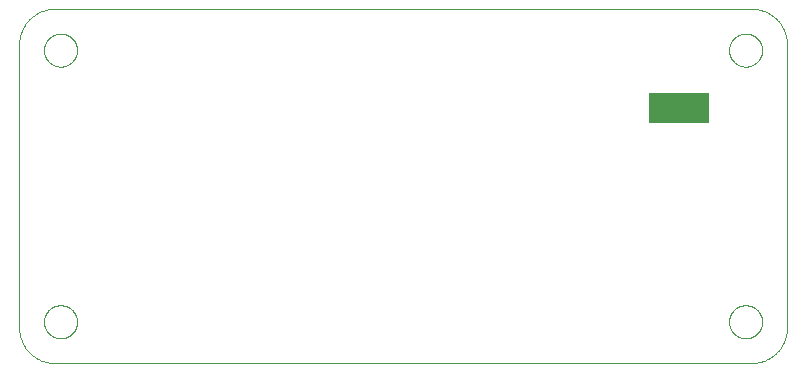
<source format=gbp>
G75*
%MOIN*%
%OFA0B0*%
%FSLAX25Y25*%
%IPPOS*%
%LPD*%
%AMOC8*
5,1,8,0,0,1.08239X$1,22.5*
%
%ADD10R,0.20000X0.10000*%
%ADD11C,0.00000*%
D10*
X0225000Y0090000D03*
D11*
X0249094Y0005000D02*
X0016811Y0005000D01*
X0016526Y0005003D01*
X0016240Y0005014D01*
X0015955Y0005031D01*
X0015671Y0005055D01*
X0015387Y0005086D01*
X0015104Y0005124D01*
X0014823Y0005169D01*
X0014542Y0005220D01*
X0014262Y0005278D01*
X0013984Y0005343D01*
X0013708Y0005415D01*
X0013434Y0005493D01*
X0013161Y0005578D01*
X0012891Y0005670D01*
X0012623Y0005768D01*
X0012357Y0005872D01*
X0012094Y0005983D01*
X0011834Y0006100D01*
X0011576Y0006223D01*
X0011322Y0006353D01*
X0011071Y0006489D01*
X0010823Y0006630D01*
X0010579Y0006778D01*
X0010338Y0006931D01*
X0010102Y0007091D01*
X0009869Y0007256D01*
X0009640Y0007426D01*
X0009415Y0007602D01*
X0009195Y0007784D01*
X0008979Y0007970D01*
X0008768Y0008162D01*
X0008561Y0008359D01*
X0008359Y0008561D01*
X0008162Y0008768D01*
X0007970Y0008979D01*
X0007784Y0009195D01*
X0007602Y0009415D01*
X0007426Y0009640D01*
X0007256Y0009869D01*
X0007091Y0010102D01*
X0006931Y0010338D01*
X0006778Y0010579D01*
X0006630Y0010823D01*
X0006489Y0011071D01*
X0006353Y0011322D01*
X0006223Y0011576D01*
X0006100Y0011834D01*
X0005983Y0012094D01*
X0005872Y0012357D01*
X0005768Y0012623D01*
X0005670Y0012891D01*
X0005578Y0013161D01*
X0005493Y0013434D01*
X0005415Y0013708D01*
X0005343Y0013984D01*
X0005278Y0014262D01*
X0005220Y0014542D01*
X0005169Y0014823D01*
X0005124Y0015104D01*
X0005086Y0015387D01*
X0005055Y0015671D01*
X0005031Y0015955D01*
X0005014Y0016240D01*
X0005003Y0016526D01*
X0005000Y0016811D01*
X0005000Y0111299D01*
X0005003Y0111584D01*
X0005014Y0111870D01*
X0005031Y0112155D01*
X0005055Y0112439D01*
X0005086Y0112723D01*
X0005124Y0113006D01*
X0005169Y0113287D01*
X0005220Y0113568D01*
X0005278Y0113848D01*
X0005343Y0114126D01*
X0005415Y0114402D01*
X0005493Y0114676D01*
X0005578Y0114949D01*
X0005670Y0115219D01*
X0005768Y0115487D01*
X0005872Y0115753D01*
X0005983Y0116016D01*
X0006100Y0116276D01*
X0006223Y0116534D01*
X0006353Y0116788D01*
X0006489Y0117039D01*
X0006630Y0117287D01*
X0006778Y0117531D01*
X0006931Y0117772D01*
X0007091Y0118008D01*
X0007256Y0118241D01*
X0007426Y0118470D01*
X0007602Y0118695D01*
X0007784Y0118915D01*
X0007970Y0119131D01*
X0008162Y0119342D01*
X0008359Y0119549D01*
X0008561Y0119751D01*
X0008768Y0119948D01*
X0008979Y0120140D01*
X0009195Y0120326D01*
X0009415Y0120508D01*
X0009640Y0120684D01*
X0009869Y0120854D01*
X0010102Y0121019D01*
X0010338Y0121179D01*
X0010579Y0121332D01*
X0010823Y0121480D01*
X0011071Y0121621D01*
X0011322Y0121757D01*
X0011576Y0121887D01*
X0011834Y0122010D01*
X0012094Y0122127D01*
X0012357Y0122238D01*
X0012623Y0122342D01*
X0012891Y0122440D01*
X0013161Y0122532D01*
X0013434Y0122617D01*
X0013708Y0122695D01*
X0013984Y0122767D01*
X0014262Y0122832D01*
X0014542Y0122890D01*
X0014823Y0122941D01*
X0015104Y0122986D01*
X0015387Y0123024D01*
X0015671Y0123055D01*
X0015955Y0123079D01*
X0016240Y0123096D01*
X0016526Y0123107D01*
X0016811Y0123110D01*
X0249094Y0123110D01*
X0249379Y0123107D01*
X0249665Y0123096D01*
X0249950Y0123079D01*
X0250234Y0123055D01*
X0250518Y0123024D01*
X0250801Y0122986D01*
X0251082Y0122941D01*
X0251363Y0122890D01*
X0251643Y0122832D01*
X0251921Y0122767D01*
X0252197Y0122695D01*
X0252471Y0122617D01*
X0252744Y0122532D01*
X0253014Y0122440D01*
X0253282Y0122342D01*
X0253548Y0122238D01*
X0253811Y0122127D01*
X0254071Y0122010D01*
X0254329Y0121887D01*
X0254583Y0121757D01*
X0254834Y0121621D01*
X0255082Y0121480D01*
X0255326Y0121332D01*
X0255567Y0121179D01*
X0255803Y0121019D01*
X0256036Y0120854D01*
X0256265Y0120684D01*
X0256490Y0120508D01*
X0256710Y0120326D01*
X0256926Y0120140D01*
X0257137Y0119948D01*
X0257344Y0119751D01*
X0257546Y0119549D01*
X0257743Y0119342D01*
X0257935Y0119131D01*
X0258121Y0118915D01*
X0258303Y0118695D01*
X0258479Y0118470D01*
X0258649Y0118241D01*
X0258814Y0118008D01*
X0258974Y0117772D01*
X0259127Y0117531D01*
X0259275Y0117287D01*
X0259416Y0117039D01*
X0259552Y0116788D01*
X0259682Y0116534D01*
X0259805Y0116276D01*
X0259922Y0116016D01*
X0260033Y0115753D01*
X0260137Y0115487D01*
X0260235Y0115219D01*
X0260327Y0114949D01*
X0260412Y0114676D01*
X0260490Y0114402D01*
X0260562Y0114126D01*
X0260627Y0113848D01*
X0260685Y0113568D01*
X0260736Y0113287D01*
X0260781Y0113006D01*
X0260819Y0112723D01*
X0260850Y0112439D01*
X0260874Y0112155D01*
X0260891Y0111870D01*
X0260902Y0111584D01*
X0260905Y0111299D01*
X0260906Y0111299D02*
X0260906Y0016811D01*
X0260905Y0016811D02*
X0260902Y0016526D01*
X0260891Y0016240D01*
X0260874Y0015955D01*
X0260850Y0015671D01*
X0260819Y0015387D01*
X0260781Y0015104D01*
X0260736Y0014823D01*
X0260685Y0014542D01*
X0260627Y0014262D01*
X0260562Y0013984D01*
X0260490Y0013708D01*
X0260412Y0013434D01*
X0260327Y0013161D01*
X0260235Y0012891D01*
X0260137Y0012623D01*
X0260033Y0012357D01*
X0259922Y0012094D01*
X0259805Y0011834D01*
X0259682Y0011576D01*
X0259552Y0011322D01*
X0259416Y0011071D01*
X0259275Y0010823D01*
X0259127Y0010579D01*
X0258974Y0010338D01*
X0258814Y0010102D01*
X0258649Y0009869D01*
X0258479Y0009640D01*
X0258303Y0009415D01*
X0258121Y0009195D01*
X0257935Y0008979D01*
X0257743Y0008768D01*
X0257546Y0008561D01*
X0257344Y0008359D01*
X0257137Y0008162D01*
X0256926Y0007970D01*
X0256710Y0007784D01*
X0256490Y0007602D01*
X0256265Y0007426D01*
X0256036Y0007256D01*
X0255803Y0007091D01*
X0255567Y0006931D01*
X0255326Y0006778D01*
X0255082Y0006630D01*
X0254834Y0006489D01*
X0254583Y0006353D01*
X0254329Y0006223D01*
X0254071Y0006100D01*
X0253811Y0005983D01*
X0253548Y0005872D01*
X0253282Y0005768D01*
X0253014Y0005670D01*
X0252744Y0005578D01*
X0252471Y0005493D01*
X0252197Y0005415D01*
X0251921Y0005343D01*
X0251643Y0005278D01*
X0251363Y0005220D01*
X0251082Y0005169D01*
X0250801Y0005124D01*
X0250518Y0005086D01*
X0250234Y0005055D01*
X0249950Y0005031D01*
X0249665Y0005014D01*
X0249379Y0005003D01*
X0249094Y0005000D01*
X0241614Y0018780D02*
X0241616Y0018928D01*
X0241622Y0019076D01*
X0241632Y0019224D01*
X0241646Y0019371D01*
X0241664Y0019518D01*
X0241685Y0019664D01*
X0241711Y0019810D01*
X0241741Y0019955D01*
X0241774Y0020099D01*
X0241812Y0020242D01*
X0241853Y0020384D01*
X0241898Y0020525D01*
X0241946Y0020665D01*
X0241999Y0020804D01*
X0242055Y0020941D01*
X0242115Y0021076D01*
X0242178Y0021210D01*
X0242245Y0021342D01*
X0242316Y0021472D01*
X0242390Y0021600D01*
X0242467Y0021726D01*
X0242548Y0021850D01*
X0242632Y0021972D01*
X0242719Y0022091D01*
X0242810Y0022208D01*
X0242904Y0022323D01*
X0243000Y0022435D01*
X0243100Y0022545D01*
X0243202Y0022651D01*
X0243308Y0022755D01*
X0243416Y0022856D01*
X0243527Y0022954D01*
X0243640Y0023050D01*
X0243756Y0023142D01*
X0243874Y0023231D01*
X0243995Y0023316D01*
X0244118Y0023399D01*
X0244243Y0023478D01*
X0244370Y0023554D01*
X0244499Y0023626D01*
X0244630Y0023695D01*
X0244763Y0023760D01*
X0244898Y0023821D01*
X0245034Y0023879D01*
X0245171Y0023934D01*
X0245310Y0023984D01*
X0245451Y0024031D01*
X0245592Y0024074D01*
X0245735Y0024114D01*
X0245879Y0024149D01*
X0246023Y0024181D01*
X0246169Y0024208D01*
X0246315Y0024232D01*
X0246462Y0024252D01*
X0246609Y0024268D01*
X0246756Y0024280D01*
X0246904Y0024288D01*
X0247052Y0024292D01*
X0247200Y0024292D01*
X0247348Y0024288D01*
X0247496Y0024280D01*
X0247643Y0024268D01*
X0247790Y0024252D01*
X0247937Y0024232D01*
X0248083Y0024208D01*
X0248229Y0024181D01*
X0248373Y0024149D01*
X0248517Y0024114D01*
X0248660Y0024074D01*
X0248801Y0024031D01*
X0248942Y0023984D01*
X0249081Y0023934D01*
X0249218Y0023879D01*
X0249354Y0023821D01*
X0249489Y0023760D01*
X0249622Y0023695D01*
X0249753Y0023626D01*
X0249882Y0023554D01*
X0250009Y0023478D01*
X0250134Y0023399D01*
X0250257Y0023316D01*
X0250378Y0023231D01*
X0250496Y0023142D01*
X0250612Y0023050D01*
X0250725Y0022954D01*
X0250836Y0022856D01*
X0250944Y0022755D01*
X0251050Y0022651D01*
X0251152Y0022545D01*
X0251252Y0022435D01*
X0251348Y0022323D01*
X0251442Y0022208D01*
X0251533Y0022091D01*
X0251620Y0021972D01*
X0251704Y0021850D01*
X0251785Y0021726D01*
X0251862Y0021600D01*
X0251936Y0021472D01*
X0252007Y0021342D01*
X0252074Y0021210D01*
X0252137Y0021076D01*
X0252197Y0020941D01*
X0252253Y0020804D01*
X0252306Y0020665D01*
X0252354Y0020525D01*
X0252399Y0020384D01*
X0252440Y0020242D01*
X0252478Y0020099D01*
X0252511Y0019955D01*
X0252541Y0019810D01*
X0252567Y0019664D01*
X0252588Y0019518D01*
X0252606Y0019371D01*
X0252620Y0019224D01*
X0252630Y0019076D01*
X0252636Y0018928D01*
X0252638Y0018780D01*
X0252636Y0018632D01*
X0252630Y0018484D01*
X0252620Y0018336D01*
X0252606Y0018189D01*
X0252588Y0018042D01*
X0252567Y0017896D01*
X0252541Y0017750D01*
X0252511Y0017605D01*
X0252478Y0017461D01*
X0252440Y0017318D01*
X0252399Y0017176D01*
X0252354Y0017035D01*
X0252306Y0016895D01*
X0252253Y0016756D01*
X0252197Y0016619D01*
X0252137Y0016484D01*
X0252074Y0016350D01*
X0252007Y0016218D01*
X0251936Y0016088D01*
X0251862Y0015960D01*
X0251785Y0015834D01*
X0251704Y0015710D01*
X0251620Y0015588D01*
X0251533Y0015469D01*
X0251442Y0015352D01*
X0251348Y0015237D01*
X0251252Y0015125D01*
X0251152Y0015015D01*
X0251050Y0014909D01*
X0250944Y0014805D01*
X0250836Y0014704D01*
X0250725Y0014606D01*
X0250612Y0014510D01*
X0250496Y0014418D01*
X0250378Y0014329D01*
X0250257Y0014244D01*
X0250134Y0014161D01*
X0250009Y0014082D01*
X0249882Y0014006D01*
X0249753Y0013934D01*
X0249622Y0013865D01*
X0249489Y0013800D01*
X0249354Y0013739D01*
X0249218Y0013681D01*
X0249081Y0013626D01*
X0248942Y0013576D01*
X0248801Y0013529D01*
X0248660Y0013486D01*
X0248517Y0013446D01*
X0248373Y0013411D01*
X0248229Y0013379D01*
X0248083Y0013352D01*
X0247937Y0013328D01*
X0247790Y0013308D01*
X0247643Y0013292D01*
X0247496Y0013280D01*
X0247348Y0013272D01*
X0247200Y0013268D01*
X0247052Y0013268D01*
X0246904Y0013272D01*
X0246756Y0013280D01*
X0246609Y0013292D01*
X0246462Y0013308D01*
X0246315Y0013328D01*
X0246169Y0013352D01*
X0246023Y0013379D01*
X0245879Y0013411D01*
X0245735Y0013446D01*
X0245592Y0013486D01*
X0245451Y0013529D01*
X0245310Y0013576D01*
X0245171Y0013626D01*
X0245034Y0013681D01*
X0244898Y0013739D01*
X0244763Y0013800D01*
X0244630Y0013865D01*
X0244499Y0013934D01*
X0244370Y0014006D01*
X0244243Y0014082D01*
X0244118Y0014161D01*
X0243995Y0014244D01*
X0243874Y0014329D01*
X0243756Y0014418D01*
X0243640Y0014510D01*
X0243527Y0014606D01*
X0243416Y0014704D01*
X0243308Y0014805D01*
X0243202Y0014909D01*
X0243100Y0015015D01*
X0243000Y0015125D01*
X0242904Y0015237D01*
X0242810Y0015352D01*
X0242719Y0015469D01*
X0242632Y0015588D01*
X0242548Y0015710D01*
X0242467Y0015834D01*
X0242390Y0015960D01*
X0242316Y0016088D01*
X0242245Y0016218D01*
X0242178Y0016350D01*
X0242115Y0016484D01*
X0242055Y0016619D01*
X0241999Y0016756D01*
X0241946Y0016895D01*
X0241898Y0017035D01*
X0241853Y0017176D01*
X0241812Y0017318D01*
X0241774Y0017461D01*
X0241741Y0017605D01*
X0241711Y0017750D01*
X0241685Y0017896D01*
X0241664Y0018042D01*
X0241646Y0018189D01*
X0241632Y0018336D01*
X0241622Y0018484D01*
X0241616Y0018632D01*
X0241614Y0018780D01*
X0241614Y0109331D02*
X0241616Y0109479D01*
X0241622Y0109627D01*
X0241632Y0109775D01*
X0241646Y0109922D01*
X0241664Y0110069D01*
X0241685Y0110215D01*
X0241711Y0110361D01*
X0241741Y0110506D01*
X0241774Y0110650D01*
X0241812Y0110793D01*
X0241853Y0110935D01*
X0241898Y0111076D01*
X0241946Y0111216D01*
X0241999Y0111355D01*
X0242055Y0111492D01*
X0242115Y0111627D01*
X0242178Y0111761D01*
X0242245Y0111893D01*
X0242316Y0112023D01*
X0242390Y0112151D01*
X0242467Y0112277D01*
X0242548Y0112401D01*
X0242632Y0112523D01*
X0242719Y0112642D01*
X0242810Y0112759D01*
X0242904Y0112874D01*
X0243000Y0112986D01*
X0243100Y0113096D01*
X0243202Y0113202D01*
X0243308Y0113306D01*
X0243416Y0113407D01*
X0243527Y0113505D01*
X0243640Y0113601D01*
X0243756Y0113693D01*
X0243874Y0113782D01*
X0243995Y0113867D01*
X0244118Y0113950D01*
X0244243Y0114029D01*
X0244370Y0114105D01*
X0244499Y0114177D01*
X0244630Y0114246D01*
X0244763Y0114311D01*
X0244898Y0114372D01*
X0245034Y0114430D01*
X0245171Y0114485D01*
X0245310Y0114535D01*
X0245451Y0114582D01*
X0245592Y0114625D01*
X0245735Y0114665D01*
X0245879Y0114700D01*
X0246023Y0114732D01*
X0246169Y0114759D01*
X0246315Y0114783D01*
X0246462Y0114803D01*
X0246609Y0114819D01*
X0246756Y0114831D01*
X0246904Y0114839D01*
X0247052Y0114843D01*
X0247200Y0114843D01*
X0247348Y0114839D01*
X0247496Y0114831D01*
X0247643Y0114819D01*
X0247790Y0114803D01*
X0247937Y0114783D01*
X0248083Y0114759D01*
X0248229Y0114732D01*
X0248373Y0114700D01*
X0248517Y0114665D01*
X0248660Y0114625D01*
X0248801Y0114582D01*
X0248942Y0114535D01*
X0249081Y0114485D01*
X0249218Y0114430D01*
X0249354Y0114372D01*
X0249489Y0114311D01*
X0249622Y0114246D01*
X0249753Y0114177D01*
X0249882Y0114105D01*
X0250009Y0114029D01*
X0250134Y0113950D01*
X0250257Y0113867D01*
X0250378Y0113782D01*
X0250496Y0113693D01*
X0250612Y0113601D01*
X0250725Y0113505D01*
X0250836Y0113407D01*
X0250944Y0113306D01*
X0251050Y0113202D01*
X0251152Y0113096D01*
X0251252Y0112986D01*
X0251348Y0112874D01*
X0251442Y0112759D01*
X0251533Y0112642D01*
X0251620Y0112523D01*
X0251704Y0112401D01*
X0251785Y0112277D01*
X0251862Y0112151D01*
X0251936Y0112023D01*
X0252007Y0111893D01*
X0252074Y0111761D01*
X0252137Y0111627D01*
X0252197Y0111492D01*
X0252253Y0111355D01*
X0252306Y0111216D01*
X0252354Y0111076D01*
X0252399Y0110935D01*
X0252440Y0110793D01*
X0252478Y0110650D01*
X0252511Y0110506D01*
X0252541Y0110361D01*
X0252567Y0110215D01*
X0252588Y0110069D01*
X0252606Y0109922D01*
X0252620Y0109775D01*
X0252630Y0109627D01*
X0252636Y0109479D01*
X0252638Y0109331D01*
X0252636Y0109183D01*
X0252630Y0109035D01*
X0252620Y0108887D01*
X0252606Y0108740D01*
X0252588Y0108593D01*
X0252567Y0108447D01*
X0252541Y0108301D01*
X0252511Y0108156D01*
X0252478Y0108012D01*
X0252440Y0107869D01*
X0252399Y0107727D01*
X0252354Y0107586D01*
X0252306Y0107446D01*
X0252253Y0107307D01*
X0252197Y0107170D01*
X0252137Y0107035D01*
X0252074Y0106901D01*
X0252007Y0106769D01*
X0251936Y0106639D01*
X0251862Y0106511D01*
X0251785Y0106385D01*
X0251704Y0106261D01*
X0251620Y0106139D01*
X0251533Y0106020D01*
X0251442Y0105903D01*
X0251348Y0105788D01*
X0251252Y0105676D01*
X0251152Y0105566D01*
X0251050Y0105460D01*
X0250944Y0105356D01*
X0250836Y0105255D01*
X0250725Y0105157D01*
X0250612Y0105061D01*
X0250496Y0104969D01*
X0250378Y0104880D01*
X0250257Y0104795D01*
X0250134Y0104712D01*
X0250009Y0104633D01*
X0249882Y0104557D01*
X0249753Y0104485D01*
X0249622Y0104416D01*
X0249489Y0104351D01*
X0249354Y0104290D01*
X0249218Y0104232D01*
X0249081Y0104177D01*
X0248942Y0104127D01*
X0248801Y0104080D01*
X0248660Y0104037D01*
X0248517Y0103997D01*
X0248373Y0103962D01*
X0248229Y0103930D01*
X0248083Y0103903D01*
X0247937Y0103879D01*
X0247790Y0103859D01*
X0247643Y0103843D01*
X0247496Y0103831D01*
X0247348Y0103823D01*
X0247200Y0103819D01*
X0247052Y0103819D01*
X0246904Y0103823D01*
X0246756Y0103831D01*
X0246609Y0103843D01*
X0246462Y0103859D01*
X0246315Y0103879D01*
X0246169Y0103903D01*
X0246023Y0103930D01*
X0245879Y0103962D01*
X0245735Y0103997D01*
X0245592Y0104037D01*
X0245451Y0104080D01*
X0245310Y0104127D01*
X0245171Y0104177D01*
X0245034Y0104232D01*
X0244898Y0104290D01*
X0244763Y0104351D01*
X0244630Y0104416D01*
X0244499Y0104485D01*
X0244370Y0104557D01*
X0244243Y0104633D01*
X0244118Y0104712D01*
X0243995Y0104795D01*
X0243874Y0104880D01*
X0243756Y0104969D01*
X0243640Y0105061D01*
X0243527Y0105157D01*
X0243416Y0105255D01*
X0243308Y0105356D01*
X0243202Y0105460D01*
X0243100Y0105566D01*
X0243000Y0105676D01*
X0242904Y0105788D01*
X0242810Y0105903D01*
X0242719Y0106020D01*
X0242632Y0106139D01*
X0242548Y0106261D01*
X0242467Y0106385D01*
X0242390Y0106511D01*
X0242316Y0106639D01*
X0242245Y0106769D01*
X0242178Y0106901D01*
X0242115Y0107035D01*
X0242055Y0107170D01*
X0241999Y0107307D01*
X0241946Y0107446D01*
X0241898Y0107586D01*
X0241853Y0107727D01*
X0241812Y0107869D01*
X0241774Y0108012D01*
X0241741Y0108156D01*
X0241711Y0108301D01*
X0241685Y0108447D01*
X0241664Y0108593D01*
X0241646Y0108740D01*
X0241632Y0108887D01*
X0241622Y0109035D01*
X0241616Y0109183D01*
X0241614Y0109331D01*
X0013268Y0109331D02*
X0013270Y0109479D01*
X0013276Y0109627D01*
X0013286Y0109775D01*
X0013300Y0109922D01*
X0013318Y0110069D01*
X0013339Y0110215D01*
X0013365Y0110361D01*
X0013395Y0110506D01*
X0013428Y0110650D01*
X0013466Y0110793D01*
X0013507Y0110935D01*
X0013552Y0111076D01*
X0013600Y0111216D01*
X0013653Y0111355D01*
X0013709Y0111492D01*
X0013769Y0111627D01*
X0013832Y0111761D01*
X0013899Y0111893D01*
X0013970Y0112023D01*
X0014044Y0112151D01*
X0014121Y0112277D01*
X0014202Y0112401D01*
X0014286Y0112523D01*
X0014373Y0112642D01*
X0014464Y0112759D01*
X0014558Y0112874D01*
X0014654Y0112986D01*
X0014754Y0113096D01*
X0014856Y0113202D01*
X0014962Y0113306D01*
X0015070Y0113407D01*
X0015181Y0113505D01*
X0015294Y0113601D01*
X0015410Y0113693D01*
X0015528Y0113782D01*
X0015649Y0113867D01*
X0015772Y0113950D01*
X0015897Y0114029D01*
X0016024Y0114105D01*
X0016153Y0114177D01*
X0016284Y0114246D01*
X0016417Y0114311D01*
X0016552Y0114372D01*
X0016688Y0114430D01*
X0016825Y0114485D01*
X0016964Y0114535D01*
X0017105Y0114582D01*
X0017246Y0114625D01*
X0017389Y0114665D01*
X0017533Y0114700D01*
X0017677Y0114732D01*
X0017823Y0114759D01*
X0017969Y0114783D01*
X0018116Y0114803D01*
X0018263Y0114819D01*
X0018410Y0114831D01*
X0018558Y0114839D01*
X0018706Y0114843D01*
X0018854Y0114843D01*
X0019002Y0114839D01*
X0019150Y0114831D01*
X0019297Y0114819D01*
X0019444Y0114803D01*
X0019591Y0114783D01*
X0019737Y0114759D01*
X0019883Y0114732D01*
X0020027Y0114700D01*
X0020171Y0114665D01*
X0020314Y0114625D01*
X0020455Y0114582D01*
X0020596Y0114535D01*
X0020735Y0114485D01*
X0020872Y0114430D01*
X0021008Y0114372D01*
X0021143Y0114311D01*
X0021276Y0114246D01*
X0021407Y0114177D01*
X0021536Y0114105D01*
X0021663Y0114029D01*
X0021788Y0113950D01*
X0021911Y0113867D01*
X0022032Y0113782D01*
X0022150Y0113693D01*
X0022266Y0113601D01*
X0022379Y0113505D01*
X0022490Y0113407D01*
X0022598Y0113306D01*
X0022704Y0113202D01*
X0022806Y0113096D01*
X0022906Y0112986D01*
X0023002Y0112874D01*
X0023096Y0112759D01*
X0023187Y0112642D01*
X0023274Y0112523D01*
X0023358Y0112401D01*
X0023439Y0112277D01*
X0023516Y0112151D01*
X0023590Y0112023D01*
X0023661Y0111893D01*
X0023728Y0111761D01*
X0023791Y0111627D01*
X0023851Y0111492D01*
X0023907Y0111355D01*
X0023960Y0111216D01*
X0024008Y0111076D01*
X0024053Y0110935D01*
X0024094Y0110793D01*
X0024132Y0110650D01*
X0024165Y0110506D01*
X0024195Y0110361D01*
X0024221Y0110215D01*
X0024242Y0110069D01*
X0024260Y0109922D01*
X0024274Y0109775D01*
X0024284Y0109627D01*
X0024290Y0109479D01*
X0024292Y0109331D01*
X0024290Y0109183D01*
X0024284Y0109035D01*
X0024274Y0108887D01*
X0024260Y0108740D01*
X0024242Y0108593D01*
X0024221Y0108447D01*
X0024195Y0108301D01*
X0024165Y0108156D01*
X0024132Y0108012D01*
X0024094Y0107869D01*
X0024053Y0107727D01*
X0024008Y0107586D01*
X0023960Y0107446D01*
X0023907Y0107307D01*
X0023851Y0107170D01*
X0023791Y0107035D01*
X0023728Y0106901D01*
X0023661Y0106769D01*
X0023590Y0106639D01*
X0023516Y0106511D01*
X0023439Y0106385D01*
X0023358Y0106261D01*
X0023274Y0106139D01*
X0023187Y0106020D01*
X0023096Y0105903D01*
X0023002Y0105788D01*
X0022906Y0105676D01*
X0022806Y0105566D01*
X0022704Y0105460D01*
X0022598Y0105356D01*
X0022490Y0105255D01*
X0022379Y0105157D01*
X0022266Y0105061D01*
X0022150Y0104969D01*
X0022032Y0104880D01*
X0021911Y0104795D01*
X0021788Y0104712D01*
X0021663Y0104633D01*
X0021536Y0104557D01*
X0021407Y0104485D01*
X0021276Y0104416D01*
X0021143Y0104351D01*
X0021008Y0104290D01*
X0020872Y0104232D01*
X0020735Y0104177D01*
X0020596Y0104127D01*
X0020455Y0104080D01*
X0020314Y0104037D01*
X0020171Y0103997D01*
X0020027Y0103962D01*
X0019883Y0103930D01*
X0019737Y0103903D01*
X0019591Y0103879D01*
X0019444Y0103859D01*
X0019297Y0103843D01*
X0019150Y0103831D01*
X0019002Y0103823D01*
X0018854Y0103819D01*
X0018706Y0103819D01*
X0018558Y0103823D01*
X0018410Y0103831D01*
X0018263Y0103843D01*
X0018116Y0103859D01*
X0017969Y0103879D01*
X0017823Y0103903D01*
X0017677Y0103930D01*
X0017533Y0103962D01*
X0017389Y0103997D01*
X0017246Y0104037D01*
X0017105Y0104080D01*
X0016964Y0104127D01*
X0016825Y0104177D01*
X0016688Y0104232D01*
X0016552Y0104290D01*
X0016417Y0104351D01*
X0016284Y0104416D01*
X0016153Y0104485D01*
X0016024Y0104557D01*
X0015897Y0104633D01*
X0015772Y0104712D01*
X0015649Y0104795D01*
X0015528Y0104880D01*
X0015410Y0104969D01*
X0015294Y0105061D01*
X0015181Y0105157D01*
X0015070Y0105255D01*
X0014962Y0105356D01*
X0014856Y0105460D01*
X0014754Y0105566D01*
X0014654Y0105676D01*
X0014558Y0105788D01*
X0014464Y0105903D01*
X0014373Y0106020D01*
X0014286Y0106139D01*
X0014202Y0106261D01*
X0014121Y0106385D01*
X0014044Y0106511D01*
X0013970Y0106639D01*
X0013899Y0106769D01*
X0013832Y0106901D01*
X0013769Y0107035D01*
X0013709Y0107170D01*
X0013653Y0107307D01*
X0013600Y0107446D01*
X0013552Y0107586D01*
X0013507Y0107727D01*
X0013466Y0107869D01*
X0013428Y0108012D01*
X0013395Y0108156D01*
X0013365Y0108301D01*
X0013339Y0108447D01*
X0013318Y0108593D01*
X0013300Y0108740D01*
X0013286Y0108887D01*
X0013276Y0109035D01*
X0013270Y0109183D01*
X0013268Y0109331D01*
X0013268Y0018780D02*
X0013270Y0018928D01*
X0013276Y0019076D01*
X0013286Y0019224D01*
X0013300Y0019371D01*
X0013318Y0019518D01*
X0013339Y0019664D01*
X0013365Y0019810D01*
X0013395Y0019955D01*
X0013428Y0020099D01*
X0013466Y0020242D01*
X0013507Y0020384D01*
X0013552Y0020525D01*
X0013600Y0020665D01*
X0013653Y0020804D01*
X0013709Y0020941D01*
X0013769Y0021076D01*
X0013832Y0021210D01*
X0013899Y0021342D01*
X0013970Y0021472D01*
X0014044Y0021600D01*
X0014121Y0021726D01*
X0014202Y0021850D01*
X0014286Y0021972D01*
X0014373Y0022091D01*
X0014464Y0022208D01*
X0014558Y0022323D01*
X0014654Y0022435D01*
X0014754Y0022545D01*
X0014856Y0022651D01*
X0014962Y0022755D01*
X0015070Y0022856D01*
X0015181Y0022954D01*
X0015294Y0023050D01*
X0015410Y0023142D01*
X0015528Y0023231D01*
X0015649Y0023316D01*
X0015772Y0023399D01*
X0015897Y0023478D01*
X0016024Y0023554D01*
X0016153Y0023626D01*
X0016284Y0023695D01*
X0016417Y0023760D01*
X0016552Y0023821D01*
X0016688Y0023879D01*
X0016825Y0023934D01*
X0016964Y0023984D01*
X0017105Y0024031D01*
X0017246Y0024074D01*
X0017389Y0024114D01*
X0017533Y0024149D01*
X0017677Y0024181D01*
X0017823Y0024208D01*
X0017969Y0024232D01*
X0018116Y0024252D01*
X0018263Y0024268D01*
X0018410Y0024280D01*
X0018558Y0024288D01*
X0018706Y0024292D01*
X0018854Y0024292D01*
X0019002Y0024288D01*
X0019150Y0024280D01*
X0019297Y0024268D01*
X0019444Y0024252D01*
X0019591Y0024232D01*
X0019737Y0024208D01*
X0019883Y0024181D01*
X0020027Y0024149D01*
X0020171Y0024114D01*
X0020314Y0024074D01*
X0020455Y0024031D01*
X0020596Y0023984D01*
X0020735Y0023934D01*
X0020872Y0023879D01*
X0021008Y0023821D01*
X0021143Y0023760D01*
X0021276Y0023695D01*
X0021407Y0023626D01*
X0021536Y0023554D01*
X0021663Y0023478D01*
X0021788Y0023399D01*
X0021911Y0023316D01*
X0022032Y0023231D01*
X0022150Y0023142D01*
X0022266Y0023050D01*
X0022379Y0022954D01*
X0022490Y0022856D01*
X0022598Y0022755D01*
X0022704Y0022651D01*
X0022806Y0022545D01*
X0022906Y0022435D01*
X0023002Y0022323D01*
X0023096Y0022208D01*
X0023187Y0022091D01*
X0023274Y0021972D01*
X0023358Y0021850D01*
X0023439Y0021726D01*
X0023516Y0021600D01*
X0023590Y0021472D01*
X0023661Y0021342D01*
X0023728Y0021210D01*
X0023791Y0021076D01*
X0023851Y0020941D01*
X0023907Y0020804D01*
X0023960Y0020665D01*
X0024008Y0020525D01*
X0024053Y0020384D01*
X0024094Y0020242D01*
X0024132Y0020099D01*
X0024165Y0019955D01*
X0024195Y0019810D01*
X0024221Y0019664D01*
X0024242Y0019518D01*
X0024260Y0019371D01*
X0024274Y0019224D01*
X0024284Y0019076D01*
X0024290Y0018928D01*
X0024292Y0018780D01*
X0024290Y0018632D01*
X0024284Y0018484D01*
X0024274Y0018336D01*
X0024260Y0018189D01*
X0024242Y0018042D01*
X0024221Y0017896D01*
X0024195Y0017750D01*
X0024165Y0017605D01*
X0024132Y0017461D01*
X0024094Y0017318D01*
X0024053Y0017176D01*
X0024008Y0017035D01*
X0023960Y0016895D01*
X0023907Y0016756D01*
X0023851Y0016619D01*
X0023791Y0016484D01*
X0023728Y0016350D01*
X0023661Y0016218D01*
X0023590Y0016088D01*
X0023516Y0015960D01*
X0023439Y0015834D01*
X0023358Y0015710D01*
X0023274Y0015588D01*
X0023187Y0015469D01*
X0023096Y0015352D01*
X0023002Y0015237D01*
X0022906Y0015125D01*
X0022806Y0015015D01*
X0022704Y0014909D01*
X0022598Y0014805D01*
X0022490Y0014704D01*
X0022379Y0014606D01*
X0022266Y0014510D01*
X0022150Y0014418D01*
X0022032Y0014329D01*
X0021911Y0014244D01*
X0021788Y0014161D01*
X0021663Y0014082D01*
X0021536Y0014006D01*
X0021407Y0013934D01*
X0021276Y0013865D01*
X0021143Y0013800D01*
X0021008Y0013739D01*
X0020872Y0013681D01*
X0020735Y0013626D01*
X0020596Y0013576D01*
X0020455Y0013529D01*
X0020314Y0013486D01*
X0020171Y0013446D01*
X0020027Y0013411D01*
X0019883Y0013379D01*
X0019737Y0013352D01*
X0019591Y0013328D01*
X0019444Y0013308D01*
X0019297Y0013292D01*
X0019150Y0013280D01*
X0019002Y0013272D01*
X0018854Y0013268D01*
X0018706Y0013268D01*
X0018558Y0013272D01*
X0018410Y0013280D01*
X0018263Y0013292D01*
X0018116Y0013308D01*
X0017969Y0013328D01*
X0017823Y0013352D01*
X0017677Y0013379D01*
X0017533Y0013411D01*
X0017389Y0013446D01*
X0017246Y0013486D01*
X0017105Y0013529D01*
X0016964Y0013576D01*
X0016825Y0013626D01*
X0016688Y0013681D01*
X0016552Y0013739D01*
X0016417Y0013800D01*
X0016284Y0013865D01*
X0016153Y0013934D01*
X0016024Y0014006D01*
X0015897Y0014082D01*
X0015772Y0014161D01*
X0015649Y0014244D01*
X0015528Y0014329D01*
X0015410Y0014418D01*
X0015294Y0014510D01*
X0015181Y0014606D01*
X0015070Y0014704D01*
X0014962Y0014805D01*
X0014856Y0014909D01*
X0014754Y0015015D01*
X0014654Y0015125D01*
X0014558Y0015237D01*
X0014464Y0015352D01*
X0014373Y0015469D01*
X0014286Y0015588D01*
X0014202Y0015710D01*
X0014121Y0015834D01*
X0014044Y0015960D01*
X0013970Y0016088D01*
X0013899Y0016218D01*
X0013832Y0016350D01*
X0013769Y0016484D01*
X0013709Y0016619D01*
X0013653Y0016756D01*
X0013600Y0016895D01*
X0013552Y0017035D01*
X0013507Y0017176D01*
X0013466Y0017318D01*
X0013428Y0017461D01*
X0013395Y0017605D01*
X0013365Y0017750D01*
X0013339Y0017896D01*
X0013318Y0018042D01*
X0013300Y0018189D01*
X0013286Y0018336D01*
X0013276Y0018484D01*
X0013270Y0018632D01*
X0013268Y0018780D01*
M02*

</source>
